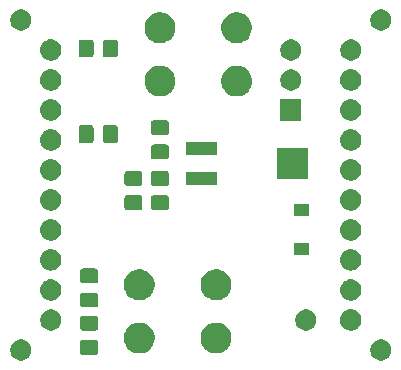
<source format=gbr>
G04 #@! TF.GenerationSoftware,KiCad,Pcbnew,(5.0.2)-1*
G04 #@! TF.CreationDate,2019-07-18T11:35:20+03:00*
G04 #@! TF.ProjectId,Breakout Board STM32L041x6 - TSSOP20,42726561-6b6f-4757-9420-426f61726420,rev?*
G04 #@! TF.SameCoordinates,Original*
G04 #@! TF.FileFunction,Soldermask,Bot*
G04 #@! TF.FilePolarity,Negative*
%FSLAX46Y46*%
G04 Gerber Fmt 4.6, Leading zero omitted, Abs format (unit mm)*
G04 Created by KiCad (PCBNEW (5.0.2)-1) date 18-Jul-19 11:35:20*
%MOMM*%
%LPD*%
G01*
G04 APERTURE LIST*
%ADD10C,0.100000*%
G04 APERTURE END LIST*
D10*
G36*
X147582812Y-88033624D02*
X147746784Y-88101544D01*
X147894354Y-88200147D01*
X148019853Y-88325646D01*
X148118456Y-88473216D01*
X148186376Y-88637188D01*
X148221000Y-88811259D01*
X148221000Y-88988741D01*
X148186376Y-89162812D01*
X148118456Y-89326784D01*
X148019853Y-89474354D01*
X147894354Y-89599853D01*
X147746784Y-89698456D01*
X147582812Y-89766376D01*
X147408741Y-89801000D01*
X147231259Y-89801000D01*
X147057188Y-89766376D01*
X146893216Y-89698456D01*
X146745646Y-89599853D01*
X146620147Y-89474354D01*
X146521544Y-89326784D01*
X146453624Y-89162812D01*
X146419000Y-88988741D01*
X146419000Y-88811259D01*
X146453624Y-88637188D01*
X146521544Y-88473216D01*
X146620147Y-88325646D01*
X146745646Y-88200147D01*
X146893216Y-88101544D01*
X147057188Y-88033624D01*
X147231259Y-87999000D01*
X147408741Y-87999000D01*
X147582812Y-88033624D01*
X147582812Y-88033624D01*
G37*
G36*
X117102812Y-88033624D02*
X117266784Y-88101544D01*
X117414354Y-88200147D01*
X117539853Y-88325646D01*
X117638456Y-88473216D01*
X117706376Y-88637188D01*
X117741000Y-88811259D01*
X117741000Y-88988741D01*
X117706376Y-89162812D01*
X117638456Y-89326784D01*
X117539853Y-89474354D01*
X117414354Y-89599853D01*
X117266784Y-89698456D01*
X117102812Y-89766376D01*
X116928741Y-89801000D01*
X116751259Y-89801000D01*
X116577188Y-89766376D01*
X116413216Y-89698456D01*
X116265646Y-89599853D01*
X116140147Y-89474354D01*
X116041544Y-89326784D01*
X115973624Y-89162812D01*
X115939000Y-88988741D01*
X115939000Y-88811259D01*
X115973624Y-88637188D01*
X116041544Y-88473216D01*
X116140147Y-88325646D01*
X116265646Y-88200147D01*
X116413216Y-88101544D01*
X116577188Y-88033624D01*
X116751259Y-87999000D01*
X116928741Y-87999000D01*
X117102812Y-88033624D01*
X117102812Y-88033624D01*
G37*
G36*
X123208677Y-88058465D02*
X123246364Y-88069898D01*
X123281103Y-88088466D01*
X123311548Y-88113452D01*
X123336534Y-88143897D01*
X123355102Y-88178636D01*
X123366535Y-88216323D01*
X123371000Y-88261661D01*
X123371000Y-89098339D01*
X123366535Y-89143677D01*
X123355102Y-89181364D01*
X123336534Y-89216103D01*
X123311548Y-89246548D01*
X123281103Y-89271534D01*
X123246364Y-89290102D01*
X123208677Y-89301535D01*
X123163339Y-89306000D01*
X122076661Y-89306000D01*
X122031323Y-89301535D01*
X121993636Y-89290102D01*
X121958897Y-89271534D01*
X121928452Y-89246548D01*
X121903466Y-89216103D01*
X121884898Y-89181364D01*
X121873465Y-89143677D01*
X121869000Y-89098339D01*
X121869000Y-88261661D01*
X121873465Y-88216323D01*
X121884898Y-88178636D01*
X121903466Y-88143897D01*
X121928452Y-88113452D01*
X121958897Y-88088466D01*
X121993636Y-88069898D01*
X122031323Y-88058465D01*
X122076661Y-88054000D01*
X123163339Y-88054000D01*
X123208677Y-88058465D01*
X123208677Y-88058465D01*
G37*
G36*
X127249485Y-86628996D02*
X127249487Y-86628997D01*
X127249488Y-86628997D01*
X127436515Y-86706466D01*
X127486255Y-86727069D01*
X127699342Y-86869449D01*
X127880551Y-87050658D01*
X128022931Y-87263745D01*
X128121004Y-87500515D01*
X128171000Y-87751861D01*
X128171000Y-88008139D01*
X128121004Y-88259485D01*
X128022931Y-88496255D01*
X127880551Y-88709342D01*
X127699342Y-88890551D01*
X127699339Y-88890553D01*
X127486255Y-89032931D01*
X127249488Y-89131003D01*
X127249487Y-89131003D01*
X127249485Y-89131004D01*
X126998139Y-89181000D01*
X126741861Y-89181000D01*
X126490515Y-89131004D01*
X126490513Y-89131003D01*
X126490512Y-89131003D01*
X126253745Y-89032931D01*
X126040661Y-88890553D01*
X126040658Y-88890551D01*
X125859449Y-88709342D01*
X125717069Y-88496255D01*
X125618996Y-88259485D01*
X125569000Y-88008139D01*
X125569000Y-87751861D01*
X125618996Y-87500515D01*
X125717069Y-87263745D01*
X125859449Y-87050658D01*
X126040658Y-86869449D01*
X126253745Y-86727069D01*
X126303485Y-86706466D01*
X126490512Y-86628997D01*
X126490513Y-86628997D01*
X126490515Y-86628996D01*
X126741861Y-86579000D01*
X126998139Y-86579000D01*
X127249485Y-86628996D01*
X127249485Y-86628996D01*
G37*
G36*
X133749485Y-86628996D02*
X133749487Y-86628997D01*
X133749488Y-86628997D01*
X133936515Y-86706466D01*
X133986255Y-86727069D01*
X134199342Y-86869449D01*
X134380551Y-87050658D01*
X134522931Y-87263745D01*
X134621004Y-87500515D01*
X134671000Y-87751861D01*
X134671000Y-88008139D01*
X134621004Y-88259485D01*
X134522931Y-88496255D01*
X134380551Y-88709342D01*
X134199342Y-88890551D01*
X134199339Y-88890553D01*
X133986255Y-89032931D01*
X133749488Y-89131003D01*
X133749487Y-89131003D01*
X133749485Y-89131004D01*
X133498139Y-89181000D01*
X133241861Y-89181000D01*
X132990515Y-89131004D01*
X132990513Y-89131003D01*
X132990512Y-89131003D01*
X132753745Y-89032931D01*
X132540661Y-88890553D01*
X132540658Y-88890551D01*
X132359449Y-88709342D01*
X132217069Y-88496255D01*
X132118996Y-88259485D01*
X132069000Y-88008139D01*
X132069000Y-87751861D01*
X132118996Y-87500515D01*
X132217069Y-87263745D01*
X132359449Y-87050658D01*
X132540658Y-86869449D01*
X132753745Y-86727069D01*
X132803485Y-86706466D01*
X132990512Y-86628997D01*
X132990513Y-86628997D01*
X132990515Y-86628996D01*
X133241861Y-86579000D01*
X133498139Y-86579000D01*
X133749485Y-86628996D01*
X133749485Y-86628996D01*
G37*
G36*
X144890442Y-85465518D02*
X144956627Y-85472037D01*
X145069853Y-85506384D01*
X145126467Y-85523557D01*
X145265087Y-85597652D01*
X145282991Y-85607222D01*
X145318729Y-85636552D01*
X145420186Y-85719814D01*
X145503448Y-85821271D01*
X145532778Y-85857009D01*
X145532779Y-85857011D01*
X145616443Y-86013533D01*
X145619836Y-86024718D01*
X145667963Y-86183373D01*
X145685359Y-86360000D01*
X145667963Y-86536627D01*
X145655109Y-86579000D01*
X145616443Y-86706467D01*
X145573513Y-86786782D01*
X145532778Y-86862991D01*
X145503448Y-86898729D01*
X145420186Y-87000186D01*
X145347480Y-87059853D01*
X145282991Y-87112778D01*
X145282989Y-87112779D01*
X145126467Y-87196443D01*
X145081343Y-87210131D01*
X144956627Y-87247963D01*
X144890442Y-87254482D01*
X144824260Y-87261000D01*
X144735740Y-87261000D01*
X144669558Y-87254482D01*
X144603373Y-87247963D01*
X144478657Y-87210131D01*
X144433533Y-87196443D01*
X144277011Y-87112779D01*
X144277009Y-87112778D01*
X144212520Y-87059853D01*
X144139814Y-87000186D01*
X144056552Y-86898729D01*
X144027222Y-86862991D01*
X143986487Y-86786782D01*
X143943557Y-86706467D01*
X143904891Y-86579000D01*
X143892037Y-86536627D01*
X143874641Y-86360000D01*
X143892037Y-86183373D01*
X143940164Y-86024718D01*
X143943557Y-86013533D01*
X144027221Y-85857011D01*
X144027222Y-85857009D01*
X144056552Y-85821271D01*
X144139814Y-85719814D01*
X144241271Y-85636552D01*
X144277009Y-85607222D01*
X144294913Y-85597652D01*
X144433533Y-85523557D01*
X144490147Y-85506384D01*
X144603373Y-85472037D01*
X144669558Y-85465518D01*
X144735740Y-85459000D01*
X144824260Y-85459000D01*
X144890442Y-85465518D01*
X144890442Y-85465518D01*
G37*
G36*
X119642812Y-85493624D02*
X119806784Y-85561544D01*
X119954354Y-85660147D01*
X120079853Y-85785646D01*
X120178456Y-85933216D01*
X120246376Y-86097188D01*
X120281000Y-86271259D01*
X120281000Y-86448741D01*
X120246376Y-86622812D01*
X120178456Y-86786784D01*
X120079853Y-86934354D01*
X119954354Y-87059853D01*
X119806784Y-87158456D01*
X119642812Y-87226376D01*
X119468741Y-87261000D01*
X119291259Y-87261000D01*
X119117188Y-87226376D01*
X118953216Y-87158456D01*
X118805646Y-87059853D01*
X118680147Y-86934354D01*
X118581544Y-86786784D01*
X118513624Y-86622812D01*
X118479000Y-86448741D01*
X118479000Y-86271259D01*
X118513624Y-86097188D01*
X118581544Y-85933216D01*
X118680147Y-85785646D01*
X118805646Y-85660147D01*
X118953216Y-85561544D01*
X119117188Y-85493624D01*
X119291259Y-85459000D01*
X119468741Y-85459000D01*
X119642812Y-85493624D01*
X119642812Y-85493624D01*
G37*
G36*
X141232812Y-85493624D02*
X141396784Y-85561544D01*
X141544354Y-85660147D01*
X141669853Y-85785646D01*
X141768456Y-85933216D01*
X141836376Y-86097188D01*
X141871000Y-86271259D01*
X141871000Y-86448741D01*
X141836376Y-86622812D01*
X141768456Y-86786784D01*
X141669853Y-86934354D01*
X141544354Y-87059853D01*
X141396784Y-87158456D01*
X141232812Y-87226376D01*
X141058741Y-87261000D01*
X140881259Y-87261000D01*
X140707188Y-87226376D01*
X140543216Y-87158456D01*
X140395646Y-87059853D01*
X140270147Y-86934354D01*
X140171544Y-86786784D01*
X140103624Y-86622812D01*
X140069000Y-86448741D01*
X140069000Y-86271259D01*
X140103624Y-86097188D01*
X140171544Y-85933216D01*
X140270147Y-85785646D01*
X140395646Y-85660147D01*
X140543216Y-85561544D01*
X140707188Y-85493624D01*
X140881259Y-85459000D01*
X141058741Y-85459000D01*
X141232812Y-85493624D01*
X141232812Y-85493624D01*
G37*
G36*
X123208677Y-86008465D02*
X123246364Y-86019898D01*
X123281103Y-86038466D01*
X123311548Y-86063452D01*
X123336534Y-86093897D01*
X123355102Y-86128636D01*
X123366535Y-86166323D01*
X123371000Y-86211661D01*
X123371000Y-87048339D01*
X123366535Y-87093677D01*
X123355102Y-87131364D01*
X123336534Y-87166103D01*
X123311548Y-87196548D01*
X123281103Y-87221534D01*
X123246364Y-87240102D01*
X123208677Y-87251535D01*
X123163339Y-87256000D01*
X122076661Y-87256000D01*
X122031323Y-87251535D01*
X121993636Y-87240102D01*
X121958897Y-87221534D01*
X121928452Y-87196548D01*
X121903466Y-87166103D01*
X121884898Y-87131364D01*
X121873465Y-87093677D01*
X121869000Y-87048339D01*
X121869000Y-86211661D01*
X121873465Y-86166323D01*
X121884898Y-86128636D01*
X121903466Y-86093897D01*
X121928452Y-86063452D01*
X121958897Y-86038466D01*
X121993636Y-86019898D01*
X122031323Y-86008465D01*
X122076661Y-86004000D01*
X123163339Y-86004000D01*
X123208677Y-86008465D01*
X123208677Y-86008465D01*
G37*
G36*
X123208677Y-84058465D02*
X123246364Y-84069898D01*
X123281103Y-84088466D01*
X123311548Y-84113452D01*
X123336534Y-84143897D01*
X123355102Y-84178636D01*
X123366535Y-84216323D01*
X123371000Y-84261661D01*
X123371000Y-85098339D01*
X123366535Y-85143677D01*
X123355102Y-85181364D01*
X123336534Y-85216103D01*
X123311548Y-85246548D01*
X123281103Y-85271534D01*
X123246364Y-85290102D01*
X123208677Y-85301535D01*
X123163339Y-85306000D01*
X122076661Y-85306000D01*
X122031323Y-85301535D01*
X121993636Y-85290102D01*
X121958897Y-85271534D01*
X121928452Y-85246548D01*
X121903466Y-85216103D01*
X121884898Y-85181364D01*
X121873465Y-85143677D01*
X121869000Y-85098339D01*
X121869000Y-84261661D01*
X121873465Y-84216323D01*
X121884898Y-84178636D01*
X121903466Y-84143897D01*
X121928452Y-84113452D01*
X121958897Y-84088466D01*
X121993636Y-84069898D01*
X122031323Y-84058465D01*
X122076661Y-84054000D01*
X123163339Y-84054000D01*
X123208677Y-84058465D01*
X123208677Y-84058465D01*
G37*
G36*
X144890443Y-82925519D02*
X144956627Y-82932037D01*
X145069853Y-82966384D01*
X145126467Y-82983557D01*
X145226310Y-83036925D01*
X145282991Y-83067222D01*
X145308288Y-83087983D01*
X145420186Y-83179814D01*
X145479314Y-83251863D01*
X145532778Y-83317009D01*
X145532779Y-83317011D01*
X145616443Y-83473533D01*
X145616443Y-83473534D01*
X145667963Y-83643373D01*
X145685359Y-83820000D01*
X145667963Y-83996627D01*
X145644274Y-84074718D01*
X145616443Y-84166467D01*
X145611902Y-84174962D01*
X145532778Y-84322991D01*
X145503448Y-84358729D01*
X145420186Y-84460186D01*
X145318729Y-84543448D01*
X145282991Y-84572778D01*
X145282989Y-84572779D01*
X145126467Y-84656443D01*
X145069853Y-84673616D01*
X144956627Y-84707963D01*
X144890443Y-84714481D01*
X144824260Y-84721000D01*
X144735740Y-84721000D01*
X144669557Y-84714481D01*
X144603373Y-84707963D01*
X144490147Y-84673616D01*
X144433533Y-84656443D01*
X144277011Y-84572779D01*
X144277009Y-84572778D01*
X144241271Y-84543448D01*
X144139814Y-84460186D01*
X144056552Y-84358729D01*
X144027222Y-84322991D01*
X143948098Y-84174962D01*
X143943557Y-84166467D01*
X143915726Y-84074718D01*
X143892037Y-83996627D01*
X143874641Y-83820000D01*
X143892037Y-83643373D01*
X143943557Y-83473534D01*
X143943557Y-83473533D01*
X144027221Y-83317011D01*
X144027222Y-83317009D01*
X144080686Y-83251863D01*
X144139814Y-83179814D01*
X144251712Y-83087983D01*
X144277009Y-83067222D01*
X144333690Y-83036925D01*
X144433533Y-82983557D01*
X144490147Y-82966384D01*
X144603373Y-82932037D01*
X144669557Y-82925519D01*
X144735740Y-82919000D01*
X144824260Y-82919000D01*
X144890443Y-82925519D01*
X144890443Y-82925519D01*
G37*
G36*
X119490443Y-82925519D02*
X119556627Y-82932037D01*
X119669853Y-82966384D01*
X119726467Y-82983557D01*
X119826310Y-83036925D01*
X119882991Y-83067222D01*
X119908288Y-83087983D01*
X120020186Y-83179814D01*
X120079314Y-83251863D01*
X120132778Y-83317009D01*
X120132779Y-83317011D01*
X120216443Y-83473533D01*
X120216443Y-83473534D01*
X120267963Y-83643373D01*
X120285359Y-83820000D01*
X120267963Y-83996627D01*
X120244274Y-84074718D01*
X120216443Y-84166467D01*
X120211902Y-84174962D01*
X120132778Y-84322991D01*
X120103448Y-84358729D01*
X120020186Y-84460186D01*
X119918729Y-84543448D01*
X119882991Y-84572778D01*
X119882989Y-84572779D01*
X119726467Y-84656443D01*
X119669853Y-84673616D01*
X119556627Y-84707963D01*
X119490443Y-84714481D01*
X119424260Y-84721000D01*
X119335740Y-84721000D01*
X119269557Y-84714481D01*
X119203373Y-84707963D01*
X119090147Y-84673616D01*
X119033533Y-84656443D01*
X118877011Y-84572779D01*
X118877009Y-84572778D01*
X118841271Y-84543448D01*
X118739814Y-84460186D01*
X118656552Y-84358729D01*
X118627222Y-84322991D01*
X118548098Y-84174962D01*
X118543557Y-84166467D01*
X118515726Y-84074718D01*
X118492037Y-83996627D01*
X118474641Y-83820000D01*
X118492037Y-83643373D01*
X118543557Y-83473534D01*
X118543557Y-83473533D01*
X118627221Y-83317011D01*
X118627222Y-83317009D01*
X118680686Y-83251863D01*
X118739814Y-83179814D01*
X118851712Y-83087983D01*
X118877009Y-83067222D01*
X118933690Y-83036925D01*
X119033533Y-82983557D01*
X119090147Y-82966384D01*
X119203373Y-82932037D01*
X119269557Y-82925519D01*
X119335740Y-82919000D01*
X119424260Y-82919000D01*
X119490443Y-82925519D01*
X119490443Y-82925519D01*
G37*
G36*
X133749485Y-82128996D02*
X133749487Y-82128997D01*
X133749488Y-82128997D01*
X133875034Y-82181000D01*
X133986255Y-82227069D01*
X134199342Y-82369449D01*
X134380551Y-82550658D01*
X134522931Y-82763745D01*
X134621004Y-83000515D01*
X134671000Y-83251861D01*
X134671000Y-83508139D01*
X134621004Y-83759485D01*
X134522931Y-83996255D01*
X134380551Y-84209342D01*
X134199342Y-84390551D01*
X134199339Y-84390553D01*
X133986255Y-84532931D01*
X133749488Y-84631003D01*
X133749487Y-84631003D01*
X133749485Y-84631004D01*
X133498139Y-84681000D01*
X133241861Y-84681000D01*
X132990515Y-84631004D01*
X132990513Y-84631003D01*
X132990512Y-84631003D01*
X132753745Y-84532931D01*
X132540661Y-84390553D01*
X132540658Y-84390551D01*
X132359449Y-84209342D01*
X132217069Y-83996255D01*
X132118996Y-83759485D01*
X132069000Y-83508139D01*
X132069000Y-83251861D01*
X132118996Y-83000515D01*
X132217069Y-82763745D01*
X132359449Y-82550658D01*
X132540658Y-82369449D01*
X132753745Y-82227069D01*
X132864966Y-82181000D01*
X132990512Y-82128997D01*
X132990513Y-82128997D01*
X132990515Y-82128996D01*
X133241861Y-82079000D01*
X133498139Y-82079000D01*
X133749485Y-82128996D01*
X133749485Y-82128996D01*
G37*
G36*
X127249485Y-82128996D02*
X127249487Y-82128997D01*
X127249488Y-82128997D01*
X127375034Y-82181000D01*
X127486255Y-82227069D01*
X127699342Y-82369449D01*
X127880551Y-82550658D01*
X128022931Y-82763745D01*
X128121004Y-83000515D01*
X128171000Y-83251861D01*
X128171000Y-83508139D01*
X128121004Y-83759485D01*
X128022931Y-83996255D01*
X127880551Y-84209342D01*
X127699342Y-84390551D01*
X127699339Y-84390553D01*
X127486255Y-84532931D01*
X127249488Y-84631003D01*
X127249487Y-84631003D01*
X127249485Y-84631004D01*
X126998139Y-84681000D01*
X126741861Y-84681000D01*
X126490515Y-84631004D01*
X126490513Y-84631003D01*
X126490512Y-84631003D01*
X126253745Y-84532931D01*
X126040661Y-84390553D01*
X126040658Y-84390551D01*
X125859449Y-84209342D01*
X125717069Y-83996255D01*
X125618996Y-83759485D01*
X125569000Y-83508139D01*
X125569000Y-83251861D01*
X125618996Y-83000515D01*
X125717069Y-82763745D01*
X125859449Y-82550658D01*
X126040658Y-82369449D01*
X126253745Y-82227069D01*
X126364966Y-82181000D01*
X126490512Y-82128997D01*
X126490513Y-82128997D01*
X126490515Y-82128996D01*
X126741861Y-82079000D01*
X126998139Y-82079000D01*
X127249485Y-82128996D01*
X127249485Y-82128996D01*
G37*
G36*
X123208677Y-82008465D02*
X123246364Y-82019898D01*
X123281103Y-82038466D01*
X123311548Y-82063452D01*
X123336534Y-82093897D01*
X123355102Y-82128636D01*
X123366535Y-82166323D01*
X123371000Y-82211661D01*
X123371000Y-83048339D01*
X123366535Y-83093677D01*
X123355102Y-83131364D01*
X123336534Y-83166103D01*
X123311548Y-83196548D01*
X123281103Y-83221534D01*
X123246364Y-83240102D01*
X123208677Y-83251535D01*
X123163339Y-83256000D01*
X122076661Y-83256000D01*
X122031323Y-83251535D01*
X121993636Y-83240102D01*
X121958897Y-83221534D01*
X121928452Y-83196548D01*
X121903466Y-83166103D01*
X121884898Y-83131364D01*
X121873465Y-83093677D01*
X121869000Y-83048339D01*
X121869000Y-82211661D01*
X121873465Y-82166323D01*
X121884898Y-82128636D01*
X121903466Y-82093897D01*
X121928452Y-82063452D01*
X121958897Y-82038466D01*
X121993636Y-82019898D01*
X122031323Y-82008465D01*
X122076661Y-82004000D01*
X123163339Y-82004000D01*
X123208677Y-82008465D01*
X123208677Y-82008465D01*
G37*
G36*
X119490442Y-80385518D02*
X119556627Y-80392037D01*
X119669853Y-80426384D01*
X119726467Y-80443557D01*
X119865087Y-80517652D01*
X119882991Y-80527222D01*
X119918729Y-80556552D01*
X120020186Y-80639814D01*
X120103448Y-80741271D01*
X120132778Y-80777009D01*
X120132779Y-80777011D01*
X120216443Y-80933533D01*
X120216443Y-80933534D01*
X120267963Y-81103373D01*
X120285359Y-81280000D01*
X120267963Y-81456627D01*
X120233616Y-81569853D01*
X120216443Y-81626467D01*
X120142348Y-81765087D01*
X120132778Y-81782991D01*
X120103448Y-81818729D01*
X120020186Y-81920186D01*
X119918729Y-82003448D01*
X119882991Y-82032778D01*
X119882989Y-82032779D01*
X119726467Y-82116443D01*
X119698383Y-82124962D01*
X119556627Y-82167963D01*
X119515465Y-82172017D01*
X119424260Y-82181000D01*
X119335740Y-82181000D01*
X119244535Y-82172017D01*
X119203373Y-82167963D01*
X119061617Y-82124962D01*
X119033533Y-82116443D01*
X118877011Y-82032779D01*
X118877009Y-82032778D01*
X118841271Y-82003448D01*
X118739814Y-81920186D01*
X118656552Y-81818729D01*
X118627222Y-81782991D01*
X118617652Y-81765087D01*
X118543557Y-81626467D01*
X118526384Y-81569853D01*
X118492037Y-81456627D01*
X118474641Y-81280000D01*
X118492037Y-81103373D01*
X118543557Y-80933534D01*
X118543557Y-80933533D01*
X118627221Y-80777011D01*
X118627222Y-80777009D01*
X118656552Y-80741271D01*
X118739814Y-80639814D01*
X118841271Y-80556552D01*
X118877009Y-80527222D01*
X118894913Y-80517652D01*
X119033533Y-80443557D01*
X119090147Y-80426384D01*
X119203373Y-80392037D01*
X119269558Y-80385518D01*
X119335740Y-80379000D01*
X119424260Y-80379000D01*
X119490442Y-80385518D01*
X119490442Y-80385518D01*
G37*
G36*
X144890442Y-80385518D02*
X144956627Y-80392037D01*
X145069853Y-80426384D01*
X145126467Y-80443557D01*
X145265087Y-80517652D01*
X145282991Y-80527222D01*
X145318729Y-80556552D01*
X145420186Y-80639814D01*
X145503448Y-80741271D01*
X145532778Y-80777009D01*
X145532779Y-80777011D01*
X145616443Y-80933533D01*
X145616443Y-80933534D01*
X145667963Y-81103373D01*
X145685359Y-81280000D01*
X145667963Y-81456627D01*
X145633616Y-81569853D01*
X145616443Y-81626467D01*
X145542348Y-81765087D01*
X145532778Y-81782991D01*
X145503448Y-81818729D01*
X145420186Y-81920186D01*
X145318729Y-82003448D01*
X145282991Y-82032778D01*
X145282989Y-82032779D01*
X145126467Y-82116443D01*
X145098383Y-82124962D01*
X144956627Y-82167963D01*
X144915465Y-82172017D01*
X144824260Y-82181000D01*
X144735740Y-82181000D01*
X144644535Y-82172017D01*
X144603373Y-82167963D01*
X144461617Y-82124962D01*
X144433533Y-82116443D01*
X144277011Y-82032779D01*
X144277009Y-82032778D01*
X144241271Y-82003448D01*
X144139814Y-81920186D01*
X144056552Y-81818729D01*
X144027222Y-81782991D01*
X144017652Y-81765087D01*
X143943557Y-81626467D01*
X143926384Y-81569853D01*
X143892037Y-81456627D01*
X143874641Y-81280000D01*
X143892037Y-81103373D01*
X143943557Y-80933534D01*
X143943557Y-80933533D01*
X144027221Y-80777011D01*
X144027222Y-80777009D01*
X144056552Y-80741271D01*
X144139814Y-80639814D01*
X144241271Y-80556552D01*
X144277009Y-80527222D01*
X144294913Y-80517652D01*
X144433533Y-80443557D01*
X144490147Y-80426384D01*
X144603373Y-80392037D01*
X144669558Y-80385518D01*
X144735740Y-80379000D01*
X144824260Y-80379000D01*
X144890442Y-80385518D01*
X144890442Y-80385518D01*
G37*
G36*
X141271000Y-80881000D02*
X139969000Y-80881000D01*
X139969000Y-79879000D01*
X141271000Y-79879000D01*
X141271000Y-80881000D01*
X141271000Y-80881000D01*
G37*
G36*
X119490443Y-77845519D02*
X119556627Y-77852037D01*
X119669853Y-77886384D01*
X119726467Y-77903557D01*
X119865087Y-77977652D01*
X119882991Y-77987222D01*
X119918729Y-78016552D01*
X120020186Y-78099814D01*
X120103448Y-78201271D01*
X120132778Y-78237009D01*
X120132779Y-78237011D01*
X120216443Y-78393533D01*
X120216443Y-78393534D01*
X120267963Y-78563373D01*
X120285359Y-78740000D01*
X120267963Y-78916627D01*
X120233616Y-79029853D01*
X120216443Y-79086467D01*
X120142348Y-79225087D01*
X120132778Y-79242991D01*
X120103448Y-79278729D01*
X120020186Y-79380186D01*
X119918729Y-79463448D01*
X119882991Y-79492778D01*
X119882989Y-79492779D01*
X119726467Y-79576443D01*
X119669853Y-79593616D01*
X119556627Y-79627963D01*
X119490442Y-79634482D01*
X119424260Y-79641000D01*
X119335740Y-79641000D01*
X119269558Y-79634482D01*
X119203373Y-79627963D01*
X119090147Y-79593616D01*
X119033533Y-79576443D01*
X118877011Y-79492779D01*
X118877009Y-79492778D01*
X118841271Y-79463448D01*
X118739814Y-79380186D01*
X118656552Y-79278729D01*
X118627222Y-79242991D01*
X118617652Y-79225087D01*
X118543557Y-79086467D01*
X118526384Y-79029853D01*
X118492037Y-78916627D01*
X118474641Y-78740000D01*
X118492037Y-78563373D01*
X118543557Y-78393534D01*
X118543557Y-78393533D01*
X118627221Y-78237011D01*
X118627222Y-78237009D01*
X118656552Y-78201271D01*
X118739814Y-78099814D01*
X118841271Y-78016552D01*
X118877009Y-77987222D01*
X118894913Y-77977652D01*
X119033533Y-77903557D01*
X119090147Y-77886384D01*
X119203373Y-77852037D01*
X119269557Y-77845519D01*
X119335740Y-77839000D01*
X119424260Y-77839000D01*
X119490443Y-77845519D01*
X119490443Y-77845519D01*
G37*
G36*
X144890443Y-77845519D02*
X144956627Y-77852037D01*
X145069853Y-77886384D01*
X145126467Y-77903557D01*
X145265087Y-77977652D01*
X145282991Y-77987222D01*
X145318729Y-78016552D01*
X145420186Y-78099814D01*
X145503448Y-78201271D01*
X145532778Y-78237009D01*
X145532779Y-78237011D01*
X145616443Y-78393533D01*
X145616443Y-78393534D01*
X145667963Y-78563373D01*
X145685359Y-78740000D01*
X145667963Y-78916627D01*
X145633616Y-79029853D01*
X145616443Y-79086467D01*
X145542348Y-79225087D01*
X145532778Y-79242991D01*
X145503448Y-79278729D01*
X145420186Y-79380186D01*
X145318729Y-79463448D01*
X145282991Y-79492778D01*
X145282989Y-79492779D01*
X145126467Y-79576443D01*
X145069853Y-79593616D01*
X144956627Y-79627963D01*
X144890442Y-79634482D01*
X144824260Y-79641000D01*
X144735740Y-79641000D01*
X144669558Y-79634482D01*
X144603373Y-79627963D01*
X144490147Y-79593616D01*
X144433533Y-79576443D01*
X144277011Y-79492779D01*
X144277009Y-79492778D01*
X144241271Y-79463448D01*
X144139814Y-79380186D01*
X144056552Y-79278729D01*
X144027222Y-79242991D01*
X144017652Y-79225087D01*
X143943557Y-79086467D01*
X143926384Y-79029853D01*
X143892037Y-78916627D01*
X143874641Y-78740000D01*
X143892037Y-78563373D01*
X143943557Y-78393534D01*
X143943557Y-78393533D01*
X144027221Y-78237011D01*
X144027222Y-78237009D01*
X144056552Y-78201271D01*
X144139814Y-78099814D01*
X144241271Y-78016552D01*
X144277009Y-77987222D01*
X144294913Y-77977652D01*
X144433533Y-77903557D01*
X144490147Y-77886384D01*
X144603373Y-77852037D01*
X144669557Y-77845519D01*
X144735740Y-77839000D01*
X144824260Y-77839000D01*
X144890443Y-77845519D01*
X144890443Y-77845519D01*
G37*
G36*
X141271000Y-77581000D02*
X139969000Y-77581000D01*
X139969000Y-76579000D01*
X141271000Y-76579000D01*
X141271000Y-77581000D01*
X141271000Y-77581000D01*
G37*
G36*
X119490442Y-75305518D02*
X119556627Y-75312037D01*
X119669853Y-75346384D01*
X119726467Y-75363557D01*
X119865087Y-75437652D01*
X119882991Y-75447222D01*
X119918729Y-75476552D01*
X120020186Y-75559814D01*
X120103448Y-75661271D01*
X120132778Y-75697009D01*
X120132779Y-75697011D01*
X120216443Y-75853533D01*
X120216443Y-75853534D01*
X120267963Y-76023373D01*
X120285359Y-76200000D01*
X120267963Y-76376627D01*
X120233616Y-76489853D01*
X120216443Y-76546467D01*
X120199053Y-76579000D01*
X120132778Y-76702991D01*
X120103448Y-76738729D01*
X120020186Y-76840186D01*
X119918729Y-76923448D01*
X119882991Y-76952778D01*
X119882989Y-76952779D01*
X119726467Y-77036443D01*
X119679236Y-77050770D01*
X119556627Y-77087963D01*
X119490442Y-77094482D01*
X119424260Y-77101000D01*
X119335740Y-77101000D01*
X119269558Y-77094482D01*
X119203373Y-77087963D01*
X119080764Y-77050770D01*
X119033533Y-77036443D01*
X118877011Y-76952779D01*
X118877009Y-76952778D01*
X118841271Y-76923448D01*
X118739814Y-76840186D01*
X118656552Y-76738729D01*
X118627222Y-76702991D01*
X118560947Y-76579000D01*
X118543557Y-76546467D01*
X118526384Y-76489853D01*
X118492037Y-76376627D01*
X118474641Y-76200000D01*
X118492037Y-76023373D01*
X118543557Y-75853534D01*
X118543557Y-75853533D01*
X118627221Y-75697011D01*
X118627222Y-75697009D01*
X118656552Y-75661271D01*
X118739814Y-75559814D01*
X118841271Y-75476552D01*
X118877009Y-75447222D01*
X118894913Y-75437652D01*
X119033533Y-75363557D01*
X119090147Y-75346384D01*
X119203373Y-75312037D01*
X119269558Y-75305518D01*
X119335740Y-75299000D01*
X119424260Y-75299000D01*
X119490442Y-75305518D01*
X119490442Y-75305518D01*
G37*
G36*
X144890442Y-75305518D02*
X144956627Y-75312037D01*
X145069853Y-75346384D01*
X145126467Y-75363557D01*
X145265087Y-75437652D01*
X145282991Y-75447222D01*
X145318729Y-75476552D01*
X145420186Y-75559814D01*
X145503448Y-75661271D01*
X145532778Y-75697009D01*
X145532779Y-75697011D01*
X145616443Y-75853533D01*
X145616443Y-75853534D01*
X145667963Y-76023373D01*
X145685359Y-76200000D01*
X145667963Y-76376627D01*
X145633616Y-76489853D01*
X145616443Y-76546467D01*
X145599053Y-76579000D01*
X145532778Y-76702991D01*
X145503448Y-76738729D01*
X145420186Y-76840186D01*
X145318729Y-76923448D01*
X145282991Y-76952778D01*
X145282989Y-76952779D01*
X145126467Y-77036443D01*
X145079236Y-77050770D01*
X144956627Y-77087963D01*
X144890442Y-77094482D01*
X144824260Y-77101000D01*
X144735740Y-77101000D01*
X144669558Y-77094482D01*
X144603373Y-77087963D01*
X144480764Y-77050770D01*
X144433533Y-77036443D01*
X144277011Y-76952779D01*
X144277009Y-76952778D01*
X144241271Y-76923448D01*
X144139814Y-76840186D01*
X144056552Y-76738729D01*
X144027222Y-76702991D01*
X143960947Y-76579000D01*
X143943557Y-76546467D01*
X143926384Y-76489853D01*
X143892037Y-76376627D01*
X143874641Y-76200000D01*
X143892037Y-76023373D01*
X143943557Y-75853534D01*
X143943557Y-75853533D01*
X144027221Y-75697011D01*
X144027222Y-75697009D01*
X144056552Y-75661271D01*
X144139814Y-75559814D01*
X144241271Y-75476552D01*
X144277009Y-75447222D01*
X144294913Y-75437652D01*
X144433533Y-75363557D01*
X144490147Y-75346384D01*
X144603373Y-75312037D01*
X144669558Y-75305518D01*
X144735740Y-75299000D01*
X144824260Y-75299000D01*
X144890442Y-75305518D01*
X144890442Y-75305518D01*
G37*
G36*
X129208677Y-75808465D02*
X129246364Y-75819898D01*
X129281103Y-75838466D01*
X129311548Y-75863452D01*
X129336534Y-75893897D01*
X129355102Y-75928636D01*
X129366535Y-75966323D01*
X129371000Y-76011661D01*
X129371000Y-76848339D01*
X129366535Y-76893677D01*
X129355102Y-76931364D01*
X129336534Y-76966103D01*
X129311548Y-76996548D01*
X129281103Y-77021534D01*
X129246364Y-77040102D01*
X129208677Y-77051535D01*
X129163339Y-77056000D01*
X128076661Y-77056000D01*
X128031323Y-77051535D01*
X127993636Y-77040102D01*
X127958897Y-77021534D01*
X127928452Y-76996548D01*
X127903466Y-76966103D01*
X127884898Y-76931364D01*
X127873465Y-76893677D01*
X127869000Y-76848339D01*
X127869000Y-76011661D01*
X127873465Y-75966323D01*
X127884898Y-75928636D01*
X127903466Y-75893897D01*
X127928452Y-75863452D01*
X127958897Y-75838466D01*
X127993636Y-75819898D01*
X128031323Y-75808465D01*
X128076661Y-75804000D01*
X129163339Y-75804000D01*
X129208677Y-75808465D01*
X129208677Y-75808465D01*
G37*
G36*
X126958677Y-75808465D02*
X126996364Y-75819898D01*
X127031103Y-75838466D01*
X127061548Y-75863452D01*
X127086534Y-75893897D01*
X127105102Y-75928636D01*
X127116535Y-75966323D01*
X127121000Y-76011661D01*
X127121000Y-76848339D01*
X127116535Y-76893677D01*
X127105102Y-76931364D01*
X127086534Y-76966103D01*
X127061548Y-76996548D01*
X127031103Y-77021534D01*
X126996364Y-77040102D01*
X126958677Y-77051535D01*
X126913339Y-77056000D01*
X125826661Y-77056000D01*
X125781323Y-77051535D01*
X125743636Y-77040102D01*
X125708897Y-77021534D01*
X125678452Y-76996548D01*
X125653466Y-76966103D01*
X125634898Y-76931364D01*
X125623465Y-76893677D01*
X125619000Y-76848339D01*
X125619000Y-76011661D01*
X125623465Y-75966323D01*
X125634898Y-75928636D01*
X125653466Y-75893897D01*
X125678452Y-75863452D01*
X125708897Y-75838466D01*
X125743636Y-75819898D01*
X125781323Y-75808465D01*
X125826661Y-75804000D01*
X126913339Y-75804000D01*
X126958677Y-75808465D01*
X126958677Y-75808465D01*
G37*
G36*
X129208677Y-73758465D02*
X129246364Y-73769898D01*
X129281103Y-73788466D01*
X129311548Y-73813452D01*
X129336534Y-73843897D01*
X129355102Y-73878636D01*
X129366535Y-73916323D01*
X129371000Y-73961661D01*
X129371000Y-74798339D01*
X129366535Y-74843677D01*
X129355102Y-74881364D01*
X129336534Y-74916103D01*
X129311548Y-74946548D01*
X129281103Y-74971534D01*
X129246364Y-74990102D01*
X129208677Y-75001535D01*
X129163339Y-75006000D01*
X128076661Y-75006000D01*
X128031323Y-75001535D01*
X127993636Y-74990102D01*
X127958897Y-74971534D01*
X127928452Y-74946548D01*
X127903466Y-74916103D01*
X127884898Y-74881364D01*
X127873465Y-74843677D01*
X127869000Y-74798339D01*
X127869000Y-73961661D01*
X127873465Y-73916323D01*
X127884898Y-73878636D01*
X127903466Y-73843897D01*
X127928452Y-73813452D01*
X127958897Y-73788466D01*
X127993636Y-73769898D01*
X128031323Y-73758465D01*
X128076661Y-73754000D01*
X129163339Y-73754000D01*
X129208677Y-73758465D01*
X129208677Y-73758465D01*
G37*
G36*
X126958677Y-73758465D02*
X126996364Y-73769898D01*
X127031103Y-73788466D01*
X127061548Y-73813452D01*
X127086534Y-73843897D01*
X127105102Y-73878636D01*
X127116535Y-73916323D01*
X127121000Y-73961661D01*
X127121000Y-74798339D01*
X127116535Y-74843677D01*
X127105102Y-74881364D01*
X127086534Y-74916103D01*
X127061548Y-74946548D01*
X127031103Y-74971534D01*
X126996364Y-74990102D01*
X126958677Y-75001535D01*
X126913339Y-75006000D01*
X125826661Y-75006000D01*
X125781323Y-75001535D01*
X125743636Y-74990102D01*
X125708897Y-74971534D01*
X125678452Y-74946548D01*
X125653466Y-74916103D01*
X125634898Y-74881364D01*
X125623465Y-74843677D01*
X125619000Y-74798339D01*
X125619000Y-73961661D01*
X125623465Y-73916323D01*
X125634898Y-73878636D01*
X125653466Y-73843897D01*
X125678452Y-73813452D01*
X125708897Y-73788466D01*
X125743636Y-73769898D01*
X125781323Y-73758465D01*
X125826661Y-73754000D01*
X126913339Y-73754000D01*
X126958677Y-73758465D01*
X126958677Y-73758465D01*
G37*
G36*
X133421000Y-74931000D02*
X130819000Y-74931000D01*
X130819000Y-73829000D01*
X133421000Y-73829000D01*
X133421000Y-74931000D01*
X133421000Y-74931000D01*
G37*
G36*
X144890442Y-72765518D02*
X144956627Y-72772037D01*
X145069853Y-72806384D01*
X145126467Y-72823557D01*
X145265087Y-72897652D01*
X145282991Y-72907222D01*
X145318729Y-72936552D01*
X145420186Y-73019814D01*
X145503448Y-73121271D01*
X145532778Y-73157009D01*
X145532779Y-73157011D01*
X145616443Y-73313533D01*
X145616443Y-73313534D01*
X145667963Y-73483373D01*
X145685359Y-73660000D01*
X145667963Y-73836627D01*
X145642060Y-73922017D01*
X145616443Y-74006467D01*
X145542348Y-74145087D01*
X145532778Y-74162991D01*
X145503448Y-74198729D01*
X145420186Y-74300186D01*
X145318729Y-74383448D01*
X145282991Y-74412778D01*
X145282989Y-74412779D01*
X145126467Y-74496443D01*
X145069853Y-74513616D01*
X144956627Y-74547963D01*
X144890442Y-74554482D01*
X144824260Y-74561000D01*
X144735740Y-74561000D01*
X144669558Y-74554482D01*
X144603373Y-74547963D01*
X144490147Y-74513616D01*
X144433533Y-74496443D01*
X144277011Y-74412779D01*
X144277009Y-74412778D01*
X144241271Y-74383448D01*
X144139814Y-74300186D01*
X144056552Y-74198729D01*
X144027222Y-74162991D01*
X144017652Y-74145087D01*
X143943557Y-74006467D01*
X143917940Y-73922017D01*
X143892037Y-73836627D01*
X143874641Y-73660000D01*
X143892037Y-73483373D01*
X143943557Y-73313534D01*
X143943557Y-73313533D01*
X144027221Y-73157011D01*
X144027222Y-73157009D01*
X144056552Y-73121271D01*
X144139814Y-73019814D01*
X144241271Y-72936552D01*
X144277009Y-72907222D01*
X144294913Y-72897652D01*
X144433533Y-72823557D01*
X144490147Y-72806384D01*
X144603373Y-72772037D01*
X144669558Y-72765518D01*
X144735740Y-72759000D01*
X144824260Y-72759000D01*
X144890442Y-72765518D01*
X144890442Y-72765518D01*
G37*
G36*
X119490442Y-72765518D02*
X119556627Y-72772037D01*
X119669853Y-72806384D01*
X119726467Y-72823557D01*
X119865087Y-72897652D01*
X119882991Y-72907222D01*
X119918729Y-72936552D01*
X120020186Y-73019814D01*
X120103448Y-73121271D01*
X120132778Y-73157009D01*
X120132779Y-73157011D01*
X120216443Y-73313533D01*
X120216443Y-73313534D01*
X120267963Y-73483373D01*
X120285359Y-73660000D01*
X120267963Y-73836627D01*
X120242060Y-73922017D01*
X120216443Y-74006467D01*
X120142348Y-74145087D01*
X120132778Y-74162991D01*
X120103448Y-74198729D01*
X120020186Y-74300186D01*
X119918729Y-74383448D01*
X119882991Y-74412778D01*
X119882989Y-74412779D01*
X119726467Y-74496443D01*
X119669853Y-74513616D01*
X119556627Y-74547963D01*
X119490442Y-74554482D01*
X119424260Y-74561000D01*
X119335740Y-74561000D01*
X119269558Y-74554482D01*
X119203373Y-74547963D01*
X119090147Y-74513616D01*
X119033533Y-74496443D01*
X118877011Y-74412779D01*
X118877009Y-74412778D01*
X118841271Y-74383448D01*
X118739814Y-74300186D01*
X118656552Y-74198729D01*
X118627222Y-74162991D01*
X118617652Y-74145087D01*
X118543557Y-74006467D01*
X118517940Y-73922017D01*
X118492037Y-73836627D01*
X118474641Y-73660000D01*
X118492037Y-73483373D01*
X118543557Y-73313534D01*
X118543557Y-73313533D01*
X118627221Y-73157011D01*
X118627222Y-73157009D01*
X118656552Y-73121271D01*
X118739814Y-73019814D01*
X118841271Y-72936552D01*
X118877009Y-72907222D01*
X118894913Y-72897652D01*
X119033533Y-72823557D01*
X119090147Y-72806384D01*
X119203373Y-72772037D01*
X119269558Y-72765518D01*
X119335740Y-72759000D01*
X119424260Y-72759000D01*
X119490442Y-72765518D01*
X119490442Y-72765518D01*
G37*
G36*
X141171000Y-74431000D02*
X138569000Y-74431000D01*
X138569000Y-71829000D01*
X141171000Y-71829000D01*
X141171000Y-74431000D01*
X141171000Y-74431000D01*
G37*
G36*
X129208677Y-71508465D02*
X129246364Y-71519898D01*
X129281103Y-71538466D01*
X129311548Y-71563452D01*
X129336534Y-71593897D01*
X129355102Y-71628636D01*
X129366535Y-71666323D01*
X129371000Y-71711661D01*
X129371000Y-72548339D01*
X129366535Y-72593677D01*
X129355102Y-72631364D01*
X129336534Y-72666103D01*
X129311548Y-72696548D01*
X129281103Y-72721534D01*
X129246364Y-72740102D01*
X129208677Y-72751535D01*
X129163339Y-72756000D01*
X128076661Y-72756000D01*
X128031323Y-72751535D01*
X127993636Y-72740102D01*
X127958897Y-72721534D01*
X127928452Y-72696548D01*
X127903466Y-72666103D01*
X127884898Y-72631364D01*
X127873465Y-72593677D01*
X127869000Y-72548339D01*
X127869000Y-71711661D01*
X127873465Y-71666323D01*
X127884898Y-71628636D01*
X127903466Y-71593897D01*
X127928452Y-71563452D01*
X127958897Y-71538466D01*
X127993636Y-71519898D01*
X128031323Y-71508465D01*
X128076661Y-71504000D01*
X129163339Y-71504000D01*
X129208677Y-71508465D01*
X129208677Y-71508465D01*
G37*
G36*
X133421000Y-72431000D02*
X130819000Y-72431000D01*
X130819000Y-71329000D01*
X133421000Y-71329000D01*
X133421000Y-72431000D01*
X133421000Y-72431000D01*
G37*
G36*
X144890442Y-70225518D02*
X144956627Y-70232037D01*
X145069853Y-70266384D01*
X145126467Y-70283557D01*
X145265087Y-70357652D01*
X145282991Y-70367222D01*
X145318729Y-70396552D01*
X145420186Y-70479814D01*
X145467923Y-70537983D01*
X145532778Y-70617009D01*
X145532779Y-70617011D01*
X145616443Y-70773533D01*
X145616443Y-70773534D01*
X145667963Y-70943373D01*
X145685359Y-71120000D01*
X145667963Y-71296627D01*
X145647191Y-71365102D01*
X145616443Y-71466467D01*
X145577958Y-71538466D01*
X145532778Y-71622991D01*
X145531160Y-71624962D01*
X145420186Y-71760186D01*
X145318729Y-71843448D01*
X145282991Y-71872778D01*
X145282989Y-71872779D01*
X145126467Y-71956443D01*
X145069853Y-71973616D01*
X144956627Y-72007963D01*
X144890443Y-72014481D01*
X144824260Y-72021000D01*
X144735740Y-72021000D01*
X144669557Y-72014481D01*
X144603373Y-72007963D01*
X144490147Y-71973616D01*
X144433533Y-71956443D01*
X144277011Y-71872779D01*
X144277009Y-71872778D01*
X144241271Y-71843448D01*
X144139814Y-71760186D01*
X144028840Y-71624962D01*
X144027222Y-71622991D01*
X143982042Y-71538466D01*
X143943557Y-71466467D01*
X143912809Y-71365102D01*
X143892037Y-71296627D01*
X143874641Y-71120000D01*
X143892037Y-70943373D01*
X143943557Y-70773534D01*
X143943557Y-70773533D01*
X144027221Y-70617011D01*
X144027222Y-70617009D01*
X144092077Y-70537983D01*
X144139814Y-70479814D01*
X144241271Y-70396552D01*
X144277009Y-70367222D01*
X144294913Y-70357652D01*
X144433533Y-70283557D01*
X144490147Y-70266384D01*
X144603373Y-70232037D01*
X144669558Y-70225518D01*
X144735740Y-70219000D01*
X144824260Y-70219000D01*
X144890442Y-70225518D01*
X144890442Y-70225518D01*
G37*
G36*
X119490442Y-70225518D02*
X119556627Y-70232037D01*
X119669853Y-70266384D01*
X119726467Y-70283557D01*
X119865087Y-70357652D01*
X119882991Y-70367222D01*
X119918729Y-70396552D01*
X120020186Y-70479814D01*
X120067923Y-70537983D01*
X120132778Y-70617009D01*
X120132779Y-70617011D01*
X120216443Y-70773533D01*
X120216443Y-70773534D01*
X120267963Y-70943373D01*
X120285359Y-71120000D01*
X120267963Y-71296627D01*
X120247191Y-71365102D01*
X120216443Y-71466467D01*
X120177958Y-71538466D01*
X120132778Y-71622991D01*
X120131160Y-71624962D01*
X120020186Y-71760186D01*
X119918729Y-71843448D01*
X119882991Y-71872778D01*
X119882989Y-71872779D01*
X119726467Y-71956443D01*
X119669853Y-71973616D01*
X119556627Y-72007963D01*
X119490443Y-72014481D01*
X119424260Y-72021000D01*
X119335740Y-72021000D01*
X119269557Y-72014481D01*
X119203373Y-72007963D01*
X119090147Y-71973616D01*
X119033533Y-71956443D01*
X118877011Y-71872779D01*
X118877009Y-71872778D01*
X118841271Y-71843448D01*
X118739814Y-71760186D01*
X118628840Y-71624962D01*
X118627222Y-71622991D01*
X118582042Y-71538466D01*
X118543557Y-71466467D01*
X118512809Y-71365102D01*
X118492037Y-71296627D01*
X118474641Y-71120000D01*
X118492037Y-70943373D01*
X118543557Y-70773534D01*
X118543557Y-70773533D01*
X118627221Y-70617011D01*
X118627222Y-70617009D01*
X118692077Y-70537983D01*
X118739814Y-70479814D01*
X118841271Y-70396552D01*
X118877009Y-70367222D01*
X118894913Y-70357652D01*
X119033533Y-70283557D01*
X119090147Y-70266384D01*
X119203373Y-70232037D01*
X119269558Y-70225518D01*
X119335740Y-70219000D01*
X119424260Y-70219000D01*
X119490442Y-70225518D01*
X119490442Y-70225518D01*
G37*
G36*
X122833677Y-69883465D02*
X122871364Y-69894898D01*
X122906103Y-69913466D01*
X122936548Y-69938452D01*
X122961534Y-69968897D01*
X122980102Y-70003636D01*
X122991535Y-70041323D01*
X122996000Y-70086661D01*
X122996000Y-71173339D01*
X122991535Y-71218677D01*
X122980102Y-71256364D01*
X122961534Y-71291103D01*
X122936548Y-71321548D01*
X122906103Y-71346534D01*
X122871364Y-71365102D01*
X122833677Y-71376535D01*
X122788339Y-71381000D01*
X121951661Y-71381000D01*
X121906323Y-71376535D01*
X121868636Y-71365102D01*
X121833897Y-71346534D01*
X121803452Y-71321548D01*
X121778466Y-71291103D01*
X121759898Y-71256364D01*
X121748465Y-71218677D01*
X121744000Y-71173339D01*
X121744000Y-70086661D01*
X121748465Y-70041323D01*
X121759898Y-70003636D01*
X121778466Y-69968897D01*
X121803452Y-69938452D01*
X121833897Y-69913466D01*
X121868636Y-69894898D01*
X121906323Y-69883465D01*
X121951661Y-69879000D01*
X122788339Y-69879000D01*
X122833677Y-69883465D01*
X122833677Y-69883465D01*
G37*
G36*
X124883677Y-69883465D02*
X124921364Y-69894898D01*
X124956103Y-69913466D01*
X124986548Y-69938452D01*
X125011534Y-69968897D01*
X125030102Y-70003636D01*
X125041535Y-70041323D01*
X125046000Y-70086661D01*
X125046000Y-71173339D01*
X125041535Y-71218677D01*
X125030102Y-71256364D01*
X125011534Y-71291103D01*
X124986548Y-71321548D01*
X124956103Y-71346534D01*
X124921364Y-71365102D01*
X124883677Y-71376535D01*
X124838339Y-71381000D01*
X124001661Y-71381000D01*
X123956323Y-71376535D01*
X123918636Y-71365102D01*
X123883897Y-71346534D01*
X123853452Y-71321548D01*
X123828466Y-71291103D01*
X123809898Y-71256364D01*
X123798465Y-71218677D01*
X123794000Y-71173339D01*
X123794000Y-70086661D01*
X123798465Y-70041323D01*
X123809898Y-70003636D01*
X123828466Y-69968897D01*
X123853452Y-69938452D01*
X123883897Y-69913466D01*
X123918636Y-69894898D01*
X123956323Y-69883465D01*
X124001661Y-69879000D01*
X124838339Y-69879000D01*
X124883677Y-69883465D01*
X124883677Y-69883465D01*
G37*
G36*
X129208677Y-69458465D02*
X129246364Y-69469898D01*
X129281103Y-69488466D01*
X129311548Y-69513452D01*
X129336534Y-69543897D01*
X129355102Y-69578636D01*
X129366535Y-69616323D01*
X129371000Y-69661661D01*
X129371000Y-70498339D01*
X129366535Y-70543677D01*
X129355102Y-70581364D01*
X129336534Y-70616103D01*
X129311548Y-70646548D01*
X129281103Y-70671534D01*
X129246364Y-70690102D01*
X129208677Y-70701535D01*
X129163339Y-70706000D01*
X128076661Y-70706000D01*
X128031323Y-70701535D01*
X127993636Y-70690102D01*
X127958897Y-70671534D01*
X127928452Y-70646548D01*
X127903466Y-70616103D01*
X127884898Y-70581364D01*
X127873465Y-70543677D01*
X127869000Y-70498339D01*
X127869000Y-69661661D01*
X127873465Y-69616323D01*
X127884898Y-69578636D01*
X127903466Y-69543897D01*
X127928452Y-69513452D01*
X127958897Y-69488466D01*
X127993636Y-69469898D01*
X128031323Y-69458465D01*
X128076661Y-69454000D01*
X129163339Y-69454000D01*
X129208677Y-69458465D01*
X129208677Y-69458465D01*
G37*
G36*
X119490443Y-67685519D02*
X119556627Y-67692037D01*
X119669853Y-67726384D01*
X119726467Y-67743557D01*
X119865087Y-67817652D01*
X119882991Y-67827222D01*
X119918729Y-67856552D01*
X120020186Y-67939814D01*
X120103448Y-68041271D01*
X120132778Y-68077009D01*
X120132779Y-68077011D01*
X120216443Y-68233533D01*
X120216443Y-68233534D01*
X120267963Y-68403373D01*
X120285359Y-68580000D01*
X120267963Y-68756627D01*
X120233616Y-68869853D01*
X120216443Y-68926467D01*
X120142348Y-69065087D01*
X120132778Y-69082991D01*
X120103448Y-69118729D01*
X120020186Y-69220186D01*
X119918729Y-69303448D01*
X119882991Y-69332778D01*
X119882989Y-69332779D01*
X119726467Y-69416443D01*
X119669853Y-69433616D01*
X119556627Y-69467963D01*
X119490442Y-69474482D01*
X119424260Y-69481000D01*
X119335740Y-69481000D01*
X119269558Y-69474482D01*
X119203373Y-69467963D01*
X119090147Y-69433616D01*
X119033533Y-69416443D01*
X118877011Y-69332779D01*
X118877009Y-69332778D01*
X118841271Y-69303448D01*
X118739814Y-69220186D01*
X118656552Y-69118729D01*
X118627222Y-69082991D01*
X118617652Y-69065087D01*
X118543557Y-68926467D01*
X118526384Y-68869853D01*
X118492037Y-68756627D01*
X118474641Y-68580000D01*
X118492037Y-68403373D01*
X118543557Y-68233534D01*
X118543557Y-68233533D01*
X118627221Y-68077011D01*
X118627222Y-68077009D01*
X118656552Y-68041271D01*
X118739814Y-67939814D01*
X118841271Y-67856552D01*
X118877009Y-67827222D01*
X118894913Y-67817652D01*
X119033533Y-67743557D01*
X119090147Y-67726384D01*
X119203373Y-67692037D01*
X119269557Y-67685519D01*
X119335740Y-67679000D01*
X119424260Y-67679000D01*
X119490443Y-67685519D01*
X119490443Y-67685519D01*
G37*
G36*
X144890443Y-67685519D02*
X144956627Y-67692037D01*
X145069853Y-67726384D01*
X145126467Y-67743557D01*
X145265087Y-67817652D01*
X145282991Y-67827222D01*
X145318729Y-67856552D01*
X145420186Y-67939814D01*
X145503448Y-68041271D01*
X145532778Y-68077009D01*
X145532779Y-68077011D01*
X145616443Y-68233533D01*
X145616443Y-68233534D01*
X145667963Y-68403373D01*
X145685359Y-68580000D01*
X145667963Y-68756627D01*
X145633616Y-68869853D01*
X145616443Y-68926467D01*
X145542348Y-69065087D01*
X145532778Y-69082991D01*
X145503448Y-69118729D01*
X145420186Y-69220186D01*
X145318729Y-69303448D01*
X145282991Y-69332778D01*
X145282989Y-69332779D01*
X145126467Y-69416443D01*
X145069853Y-69433616D01*
X144956627Y-69467963D01*
X144890442Y-69474482D01*
X144824260Y-69481000D01*
X144735740Y-69481000D01*
X144669558Y-69474482D01*
X144603373Y-69467963D01*
X144490147Y-69433616D01*
X144433533Y-69416443D01*
X144277011Y-69332779D01*
X144277009Y-69332778D01*
X144241271Y-69303448D01*
X144139814Y-69220186D01*
X144056552Y-69118729D01*
X144027222Y-69082991D01*
X144017652Y-69065087D01*
X143943557Y-68926467D01*
X143926384Y-68869853D01*
X143892037Y-68756627D01*
X143874641Y-68580000D01*
X143892037Y-68403373D01*
X143943557Y-68233534D01*
X143943557Y-68233533D01*
X144027221Y-68077011D01*
X144027222Y-68077009D01*
X144056552Y-68041271D01*
X144139814Y-67939814D01*
X144241271Y-67856552D01*
X144277009Y-67827222D01*
X144294913Y-67817652D01*
X144433533Y-67743557D01*
X144490147Y-67726384D01*
X144603373Y-67692037D01*
X144669557Y-67685519D01*
X144735740Y-67679000D01*
X144824260Y-67679000D01*
X144890443Y-67685519D01*
X144890443Y-67685519D01*
G37*
G36*
X140601000Y-69481000D02*
X138799000Y-69481000D01*
X138799000Y-67679000D01*
X140601000Y-67679000D01*
X140601000Y-69481000D01*
X140601000Y-69481000D01*
G37*
G36*
X128999485Y-64878996D02*
X128999487Y-64878997D01*
X128999488Y-64878997D01*
X129236255Y-64977069D01*
X129449342Y-65119449D01*
X129630551Y-65300658D01*
X129630553Y-65300661D01*
X129772931Y-65513745D01*
X129847402Y-65693533D01*
X129871004Y-65750515D01*
X129921000Y-66001861D01*
X129921000Y-66258139D01*
X129879498Y-66466784D01*
X129871003Y-66509488D01*
X129827566Y-66614354D01*
X129772931Y-66746255D01*
X129630551Y-66959342D01*
X129449342Y-67140551D01*
X129449339Y-67140553D01*
X129236255Y-67282931D01*
X128999488Y-67381003D01*
X128999487Y-67381003D01*
X128999485Y-67381004D01*
X128748139Y-67431000D01*
X128491861Y-67431000D01*
X128240515Y-67381004D01*
X128240513Y-67381003D01*
X128240512Y-67381003D01*
X128003745Y-67282931D01*
X127790661Y-67140553D01*
X127790658Y-67140551D01*
X127609449Y-66959342D01*
X127467069Y-66746255D01*
X127412434Y-66614354D01*
X127368997Y-66509488D01*
X127360503Y-66466784D01*
X127319000Y-66258139D01*
X127319000Y-66001861D01*
X127368996Y-65750515D01*
X127392599Y-65693533D01*
X127467069Y-65513745D01*
X127609447Y-65300661D01*
X127609449Y-65300658D01*
X127790658Y-65119449D01*
X128003745Y-64977069D01*
X128240512Y-64878997D01*
X128240513Y-64878997D01*
X128240515Y-64878996D01*
X128491861Y-64829000D01*
X128748139Y-64829000D01*
X128999485Y-64878996D01*
X128999485Y-64878996D01*
G37*
G36*
X135499485Y-64878996D02*
X135499487Y-64878997D01*
X135499488Y-64878997D01*
X135736255Y-64977069D01*
X135949342Y-65119449D01*
X136130551Y-65300658D01*
X136130553Y-65300661D01*
X136272931Y-65513745D01*
X136347402Y-65693533D01*
X136371004Y-65750515D01*
X136421000Y-66001861D01*
X136421000Y-66258139D01*
X136379498Y-66466784D01*
X136371003Y-66509488D01*
X136327566Y-66614354D01*
X136272931Y-66746255D01*
X136130551Y-66959342D01*
X135949342Y-67140551D01*
X135949339Y-67140553D01*
X135736255Y-67282931D01*
X135499488Y-67381003D01*
X135499487Y-67381003D01*
X135499485Y-67381004D01*
X135248139Y-67431000D01*
X134991861Y-67431000D01*
X134740515Y-67381004D01*
X134740513Y-67381003D01*
X134740512Y-67381003D01*
X134503745Y-67282931D01*
X134290661Y-67140553D01*
X134290658Y-67140551D01*
X134109449Y-66959342D01*
X133967069Y-66746255D01*
X133912434Y-66614354D01*
X133868997Y-66509488D01*
X133860503Y-66466784D01*
X133819000Y-66258139D01*
X133819000Y-66001861D01*
X133868996Y-65750515D01*
X133892599Y-65693533D01*
X133967069Y-65513745D01*
X134109447Y-65300661D01*
X134109449Y-65300658D01*
X134290658Y-65119449D01*
X134503745Y-64977069D01*
X134740512Y-64878997D01*
X134740513Y-64878997D01*
X134740515Y-64878996D01*
X134991861Y-64829000D01*
X135248139Y-64829000D01*
X135499485Y-64878996D01*
X135499485Y-64878996D01*
G37*
G36*
X144890442Y-65145518D02*
X144956627Y-65152037D01*
X145069853Y-65186384D01*
X145126467Y-65203557D01*
X145265087Y-65277652D01*
X145282991Y-65287222D01*
X145299366Y-65300661D01*
X145420186Y-65399814D01*
X145503448Y-65501271D01*
X145532778Y-65537009D01*
X145532779Y-65537011D01*
X145616443Y-65693533D01*
X145616443Y-65693534D01*
X145667963Y-65863373D01*
X145685359Y-66040000D01*
X145667963Y-66216627D01*
X145655371Y-66258137D01*
X145616443Y-66386467D01*
X145550686Y-66509488D01*
X145532778Y-66542991D01*
X145503448Y-66578729D01*
X145420186Y-66680186D01*
X145347480Y-66739853D01*
X145282991Y-66792778D01*
X145282989Y-66792779D01*
X145126467Y-66876443D01*
X145069853Y-66893616D01*
X144956627Y-66927963D01*
X144890442Y-66934482D01*
X144824260Y-66941000D01*
X144735740Y-66941000D01*
X144669558Y-66934482D01*
X144603373Y-66927963D01*
X144490147Y-66893616D01*
X144433533Y-66876443D01*
X144277011Y-66792779D01*
X144277009Y-66792778D01*
X144212520Y-66739853D01*
X144139814Y-66680186D01*
X144056552Y-66578729D01*
X144027222Y-66542991D01*
X144009314Y-66509488D01*
X143943557Y-66386467D01*
X143904629Y-66258137D01*
X143892037Y-66216627D01*
X143874641Y-66040000D01*
X143892037Y-65863373D01*
X143943557Y-65693534D01*
X143943557Y-65693533D01*
X144027221Y-65537011D01*
X144027222Y-65537009D01*
X144056552Y-65501271D01*
X144139814Y-65399814D01*
X144260634Y-65300661D01*
X144277009Y-65287222D01*
X144294913Y-65277652D01*
X144433533Y-65203557D01*
X144490147Y-65186384D01*
X144603373Y-65152037D01*
X144669558Y-65145518D01*
X144735740Y-65139000D01*
X144824260Y-65139000D01*
X144890442Y-65145518D01*
X144890442Y-65145518D01*
G37*
G36*
X139962812Y-65173624D02*
X140126784Y-65241544D01*
X140274354Y-65340147D01*
X140399853Y-65465646D01*
X140498456Y-65613216D01*
X140566376Y-65777188D01*
X140601000Y-65951259D01*
X140601000Y-66128741D01*
X140566376Y-66302812D01*
X140498456Y-66466784D01*
X140399853Y-66614354D01*
X140274354Y-66739853D01*
X140126784Y-66838456D01*
X139962812Y-66906376D01*
X139788741Y-66941000D01*
X139611259Y-66941000D01*
X139437188Y-66906376D01*
X139273216Y-66838456D01*
X139125646Y-66739853D01*
X139000147Y-66614354D01*
X138901544Y-66466784D01*
X138833624Y-66302812D01*
X138799000Y-66128741D01*
X138799000Y-65951259D01*
X138833624Y-65777188D01*
X138901544Y-65613216D01*
X139000147Y-65465646D01*
X139125646Y-65340147D01*
X139273216Y-65241544D01*
X139437188Y-65173624D01*
X139611259Y-65139000D01*
X139788741Y-65139000D01*
X139962812Y-65173624D01*
X139962812Y-65173624D01*
G37*
G36*
X119490442Y-65145518D02*
X119556627Y-65152037D01*
X119669853Y-65186384D01*
X119726467Y-65203557D01*
X119865087Y-65277652D01*
X119882991Y-65287222D01*
X119899366Y-65300661D01*
X120020186Y-65399814D01*
X120103448Y-65501271D01*
X120132778Y-65537009D01*
X120132779Y-65537011D01*
X120216443Y-65693533D01*
X120216443Y-65693534D01*
X120267963Y-65863373D01*
X120285359Y-66040000D01*
X120267963Y-66216627D01*
X120255371Y-66258137D01*
X120216443Y-66386467D01*
X120150686Y-66509488D01*
X120132778Y-66542991D01*
X120103448Y-66578729D01*
X120020186Y-66680186D01*
X119947480Y-66739853D01*
X119882991Y-66792778D01*
X119882989Y-66792779D01*
X119726467Y-66876443D01*
X119669853Y-66893616D01*
X119556627Y-66927963D01*
X119490442Y-66934482D01*
X119424260Y-66941000D01*
X119335740Y-66941000D01*
X119269558Y-66934482D01*
X119203373Y-66927963D01*
X119090147Y-66893616D01*
X119033533Y-66876443D01*
X118877011Y-66792779D01*
X118877009Y-66792778D01*
X118812520Y-66739853D01*
X118739814Y-66680186D01*
X118656552Y-66578729D01*
X118627222Y-66542991D01*
X118609314Y-66509488D01*
X118543557Y-66386467D01*
X118504629Y-66258137D01*
X118492037Y-66216627D01*
X118474641Y-66040000D01*
X118492037Y-65863373D01*
X118543557Y-65693534D01*
X118543557Y-65693533D01*
X118627221Y-65537011D01*
X118627222Y-65537009D01*
X118656552Y-65501271D01*
X118739814Y-65399814D01*
X118860634Y-65300661D01*
X118877009Y-65287222D01*
X118894913Y-65277652D01*
X119033533Y-65203557D01*
X119090147Y-65186384D01*
X119203373Y-65152037D01*
X119269558Y-65145518D01*
X119335740Y-65139000D01*
X119424260Y-65139000D01*
X119490442Y-65145518D01*
X119490442Y-65145518D01*
G37*
G36*
X139962812Y-62633624D02*
X140126784Y-62701544D01*
X140274354Y-62800147D01*
X140399853Y-62925646D01*
X140498456Y-63073216D01*
X140566376Y-63237188D01*
X140601000Y-63411259D01*
X140601000Y-63588741D01*
X140566376Y-63762812D01*
X140498456Y-63926784D01*
X140399853Y-64074354D01*
X140274354Y-64199853D01*
X140126784Y-64298456D01*
X139962812Y-64366376D01*
X139788741Y-64401000D01*
X139611259Y-64401000D01*
X139437188Y-64366376D01*
X139273216Y-64298456D01*
X139125646Y-64199853D01*
X139000147Y-64074354D01*
X138901544Y-63926784D01*
X138833624Y-63762812D01*
X138799000Y-63588741D01*
X138799000Y-63411259D01*
X138833624Y-63237188D01*
X138901544Y-63073216D01*
X139000147Y-62925646D01*
X139125646Y-62800147D01*
X139273216Y-62701544D01*
X139437188Y-62633624D01*
X139611259Y-62599000D01*
X139788741Y-62599000D01*
X139962812Y-62633624D01*
X139962812Y-62633624D01*
G37*
G36*
X145042812Y-62633624D02*
X145206784Y-62701544D01*
X145354354Y-62800147D01*
X145479853Y-62925646D01*
X145578456Y-63073216D01*
X145646376Y-63237188D01*
X145681000Y-63411259D01*
X145681000Y-63588741D01*
X145646376Y-63762812D01*
X145578456Y-63926784D01*
X145479853Y-64074354D01*
X145354354Y-64199853D01*
X145206784Y-64298456D01*
X145042812Y-64366376D01*
X144868741Y-64401000D01*
X144691259Y-64401000D01*
X144517188Y-64366376D01*
X144353216Y-64298456D01*
X144205646Y-64199853D01*
X144080147Y-64074354D01*
X143981544Y-63926784D01*
X143913624Y-63762812D01*
X143879000Y-63588741D01*
X143879000Y-63411259D01*
X143913624Y-63237188D01*
X143981544Y-63073216D01*
X144080147Y-62925646D01*
X144205646Y-62800147D01*
X144353216Y-62701544D01*
X144517188Y-62633624D01*
X144691259Y-62599000D01*
X144868741Y-62599000D01*
X145042812Y-62633624D01*
X145042812Y-62633624D01*
G37*
G36*
X119490442Y-62605518D02*
X119556627Y-62612037D01*
X119664955Y-62644898D01*
X119726467Y-62663557D01*
X119810956Y-62708718D01*
X119882991Y-62747222D01*
X119890806Y-62753636D01*
X120020186Y-62859814D01*
X120103448Y-62961271D01*
X120132778Y-62997009D01*
X120132779Y-62997011D01*
X120216443Y-63153533D01*
X120216443Y-63153534D01*
X120267963Y-63323373D01*
X120285359Y-63500000D01*
X120267963Y-63676627D01*
X120241819Y-63762812D01*
X120216443Y-63846467D01*
X120209836Y-63858827D01*
X120132778Y-64002991D01*
X120103448Y-64038729D01*
X120020186Y-64140186D01*
X119947480Y-64199853D01*
X119882991Y-64252778D01*
X119882989Y-64252779D01*
X119726467Y-64336443D01*
X119669853Y-64353616D01*
X119556627Y-64387963D01*
X119490442Y-64394482D01*
X119424260Y-64401000D01*
X119335740Y-64401000D01*
X119269558Y-64394482D01*
X119203373Y-64387963D01*
X119090147Y-64353616D01*
X119033533Y-64336443D01*
X118877011Y-64252779D01*
X118877009Y-64252778D01*
X118812520Y-64199853D01*
X118739814Y-64140186D01*
X118656552Y-64038729D01*
X118627222Y-64002991D01*
X118550164Y-63858827D01*
X118543557Y-63846467D01*
X118518181Y-63762812D01*
X118492037Y-63676627D01*
X118474641Y-63500000D01*
X118492037Y-63323373D01*
X118543557Y-63153534D01*
X118543557Y-63153533D01*
X118627221Y-62997011D01*
X118627222Y-62997009D01*
X118656552Y-62961271D01*
X118739814Y-62859814D01*
X118869194Y-62753636D01*
X118877009Y-62747222D01*
X118949044Y-62708718D01*
X119033533Y-62663557D01*
X119095045Y-62644898D01*
X119203373Y-62612037D01*
X119269558Y-62605518D01*
X119335740Y-62599000D01*
X119424260Y-62599000D01*
X119490442Y-62605518D01*
X119490442Y-62605518D01*
G37*
G36*
X122833677Y-62633465D02*
X122871364Y-62644898D01*
X122906103Y-62663466D01*
X122936548Y-62688452D01*
X122961534Y-62718897D01*
X122980102Y-62753636D01*
X122991535Y-62791323D01*
X122996000Y-62836661D01*
X122996000Y-63923339D01*
X122991535Y-63968677D01*
X122980102Y-64006364D01*
X122961534Y-64041103D01*
X122936548Y-64071548D01*
X122906103Y-64096534D01*
X122871364Y-64115102D01*
X122833677Y-64126535D01*
X122788339Y-64131000D01*
X121951661Y-64131000D01*
X121906323Y-64126535D01*
X121868636Y-64115102D01*
X121833897Y-64096534D01*
X121803452Y-64071548D01*
X121778466Y-64041103D01*
X121759898Y-64006364D01*
X121748465Y-63968677D01*
X121744000Y-63923339D01*
X121744000Y-62836661D01*
X121748465Y-62791323D01*
X121759898Y-62753636D01*
X121778466Y-62718897D01*
X121803452Y-62688452D01*
X121833897Y-62663466D01*
X121868636Y-62644898D01*
X121906323Y-62633465D01*
X121951661Y-62629000D01*
X122788339Y-62629000D01*
X122833677Y-62633465D01*
X122833677Y-62633465D01*
G37*
G36*
X124883677Y-62633465D02*
X124921364Y-62644898D01*
X124956103Y-62663466D01*
X124986548Y-62688452D01*
X125011534Y-62718897D01*
X125030102Y-62753636D01*
X125041535Y-62791323D01*
X125046000Y-62836661D01*
X125046000Y-63923339D01*
X125041535Y-63968677D01*
X125030102Y-64006364D01*
X125011534Y-64041103D01*
X124986548Y-64071548D01*
X124956103Y-64096534D01*
X124921364Y-64115102D01*
X124883677Y-64126535D01*
X124838339Y-64131000D01*
X124001661Y-64131000D01*
X123956323Y-64126535D01*
X123918636Y-64115102D01*
X123883897Y-64096534D01*
X123853452Y-64071548D01*
X123828466Y-64041103D01*
X123809898Y-64006364D01*
X123798465Y-63968677D01*
X123794000Y-63923339D01*
X123794000Y-62836661D01*
X123798465Y-62791323D01*
X123809898Y-62753636D01*
X123828466Y-62718897D01*
X123853452Y-62688452D01*
X123883897Y-62663466D01*
X123918636Y-62644898D01*
X123956323Y-62633465D01*
X124001661Y-62629000D01*
X124838339Y-62629000D01*
X124883677Y-62633465D01*
X124883677Y-62633465D01*
G37*
G36*
X135499485Y-60378996D02*
X135499487Y-60378997D01*
X135499488Y-60378997D01*
X135515540Y-60385646D01*
X135736255Y-60477069D01*
X135949342Y-60619449D01*
X136130551Y-60800658D01*
X136272931Y-61013745D01*
X136371004Y-61250515D01*
X136421000Y-61501861D01*
X136421000Y-61758139D01*
X136371004Y-62009485D01*
X136272931Y-62246255D01*
X136130551Y-62459342D01*
X135949342Y-62640551D01*
X135949339Y-62640553D01*
X135736255Y-62782931D01*
X135499488Y-62881003D01*
X135499487Y-62881003D01*
X135499485Y-62881004D01*
X135248139Y-62931000D01*
X134991861Y-62931000D01*
X134740515Y-62881004D01*
X134740513Y-62881003D01*
X134740512Y-62881003D01*
X134503745Y-62782931D01*
X134290661Y-62640553D01*
X134290658Y-62640551D01*
X134109449Y-62459342D01*
X133967069Y-62246255D01*
X133868996Y-62009485D01*
X133819000Y-61758139D01*
X133819000Y-61501861D01*
X133868996Y-61250515D01*
X133967069Y-61013745D01*
X134109449Y-60800658D01*
X134290658Y-60619449D01*
X134503745Y-60477069D01*
X134724460Y-60385646D01*
X134740512Y-60378997D01*
X134740513Y-60378997D01*
X134740515Y-60378996D01*
X134991861Y-60329000D01*
X135248139Y-60329000D01*
X135499485Y-60378996D01*
X135499485Y-60378996D01*
G37*
G36*
X128999485Y-60378996D02*
X128999487Y-60378997D01*
X128999488Y-60378997D01*
X129015540Y-60385646D01*
X129236255Y-60477069D01*
X129449342Y-60619449D01*
X129630551Y-60800658D01*
X129772931Y-61013745D01*
X129871004Y-61250515D01*
X129921000Y-61501861D01*
X129921000Y-61758139D01*
X129871004Y-62009485D01*
X129772931Y-62246255D01*
X129630551Y-62459342D01*
X129449342Y-62640551D01*
X129449339Y-62640553D01*
X129236255Y-62782931D01*
X128999488Y-62881003D01*
X128999487Y-62881003D01*
X128999485Y-62881004D01*
X128748139Y-62931000D01*
X128491861Y-62931000D01*
X128240515Y-62881004D01*
X128240513Y-62881003D01*
X128240512Y-62881003D01*
X128003745Y-62782931D01*
X127790661Y-62640553D01*
X127790658Y-62640551D01*
X127609449Y-62459342D01*
X127467069Y-62246255D01*
X127368996Y-62009485D01*
X127319000Y-61758139D01*
X127319000Y-61501861D01*
X127368996Y-61250515D01*
X127467069Y-61013745D01*
X127609449Y-60800658D01*
X127790658Y-60619449D01*
X128003745Y-60477069D01*
X128224460Y-60385646D01*
X128240512Y-60378997D01*
X128240513Y-60378997D01*
X128240515Y-60378996D01*
X128491861Y-60329000D01*
X128748139Y-60329000D01*
X128999485Y-60378996D01*
X128999485Y-60378996D01*
G37*
G36*
X117102812Y-60093624D02*
X117266784Y-60161544D01*
X117414354Y-60260147D01*
X117539853Y-60385646D01*
X117638456Y-60533216D01*
X117706376Y-60697188D01*
X117741000Y-60871259D01*
X117741000Y-61048741D01*
X117706376Y-61222812D01*
X117638456Y-61386784D01*
X117539853Y-61534354D01*
X117414354Y-61659853D01*
X117266784Y-61758456D01*
X117102812Y-61826376D01*
X116928741Y-61861000D01*
X116751259Y-61861000D01*
X116577188Y-61826376D01*
X116413216Y-61758456D01*
X116265646Y-61659853D01*
X116140147Y-61534354D01*
X116041544Y-61386784D01*
X115973624Y-61222812D01*
X115939000Y-61048741D01*
X115939000Y-60871259D01*
X115973624Y-60697188D01*
X116041544Y-60533216D01*
X116140147Y-60385646D01*
X116265646Y-60260147D01*
X116413216Y-60161544D01*
X116577188Y-60093624D01*
X116751259Y-60059000D01*
X116928741Y-60059000D01*
X117102812Y-60093624D01*
X117102812Y-60093624D01*
G37*
G36*
X147582812Y-60093624D02*
X147746784Y-60161544D01*
X147894354Y-60260147D01*
X148019853Y-60385646D01*
X148118456Y-60533216D01*
X148186376Y-60697188D01*
X148221000Y-60871259D01*
X148221000Y-61048741D01*
X148186376Y-61222812D01*
X148118456Y-61386784D01*
X148019853Y-61534354D01*
X147894354Y-61659853D01*
X147746784Y-61758456D01*
X147582812Y-61826376D01*
X147408741Y-61861000D01*
X147231259Y-61861000D01*
X147057188Y-61826376D01*
X146893216Y-61758456D01*
X146745646Y-61659853D01*
X146620147Y-61534354D01*
X146521544Y-61386784D01*
X146453624Y-61222812D01*
X146419000Y-61048741D01*
X146419000Y-60871259D01*
X146453624Y-60697188D01*
X146521544Y-60533216D01*
X146620147Y-60385646D01*
X146745646Y-60260147D01*
X146893216Y-60161544D01*
X147057188Y-60093624D01*
X147231259Y-60059000D01*
X147408741Y-60059000D01*
X147582812Y-60093624D01*
X147582812Y-60093624D01*
G37*
M02*

</source>
